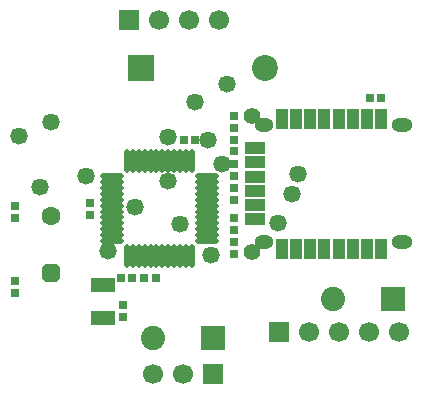
<source format=gbr>
G04 Layer_Color=16711935*
%FSLAX42Y42*%
%MOMM*%
%TF.FileFunction,Soldermask,Bot*%
%TF.Part,Single*%
G01*
G75*
%TA.AperFunction,SMDPad,CuDef*%
%ADD43R,0.80X0.70*%
%ADD44R,0.70X0.80*%
%TA.AperFunction,ComponentPad*%
%ADD47C,2.05*%
%ADD48R,2.05X2.05*%
G04:AMPARAMS|DCode=49|XSize=1.6mm|YSize=1.6mm|CornerRadius=0mm|HoleSize=0mm|Usage=FLASHONLY|Rotation=90.000|XOffset=0mm|YOffset=0mm|HoleType=Round|Shape=Octagon|*
%AMOCTAGOND49*
4,1,8,0.40,0.80,-0.40,0.80,-0.80,0.40,-0.80,-0.40,-0.40,-0.80,0.40,-0.80,0.80,-0.40,0.80,0.40,0.40,0.80,0.0*
%
%ADD49OCTAGOND49*%

%ADD50C,1.60*%
%ADD51C,2.20*%
%ADD52R,2.20X2.20*%
%ADD53C,1.70*%
%ADD54R,1.70X1.70*%
%TA.AperFunction,ViaPad*%
%ADD55C,1.47*%
%TA.AperFunction,SMDPad,CuDef*%
%ADD57R,2.00X1.20*%
%ADD58O,0.50X2.00*%
%ADD59O,2.00X0.50*%
%ADD60C,1.40*%
%ADD61R,1.00X1.70*%
%ADD62R,1.70X1.00*%
%ADD63O,1.80X1.20*%
%ADD64O,1.60X1.20*%
D43*
X3225Y2642D02*
D03*
X3125D02*
D03*
X1219Y1118D02*
D03*
X1319D02*
D03*
X1017D02*
D03*
X1117D02*
D03*
X1650Y2286D02*
D03*
X1550D02*
D03*
D44*
X762Y1652D02*
D03*
Y1752D02*
D03*
X1981Y1321D02*
D03*
Y1421D02*
D03*
X1041Y788D02*
D03*
Y888D02*
D03*
X127Y1726D02*
D03*
Y1626D02*
D03*
Y991D02*
D03*
Y1091D02*
D03*
X1981Y2082D02*
D03*
Y1982D02*
D03*
Y2487D02*
D03*
Y2387D02*
D03*
Y1624D02*
D03*
Y1524D02*
D03*
Y1778D02*
D03*
Y1878D02*
D03*
Y2186D02*
D03*
Y2286D02*
D03*
D47*
X1295Y610D02*
D03*
X2819Y940D02*
D03*
D48*
X1803Y610D02*
D03*
X3327Y940D02*
D03*
D49*
X432Y1153D02*
D03*
D50*
Y1641D02*
D03*
D51*
X2240Y2896D02*
D03*
D52*
X1194D02*
D03*
D53*
X1854Y3302D02*
D03*
X1600D02*
D03*
X1346D02*
D03*
X1549Y305D02*
D03*
X1295D02*
D03*
X3374Y660D02*
D03*
X3120D02*
D03*
X2866D02*
D03*
X2612D02*
D03*
D54*
X1092Y3302D02*
D03*
X1803Y305D02*
D03*
X2358Y660D02*
D03*
D55*
X1918Y2761D02*
D03*
X914Y1339D02*
D03*
X1875Y2080D02*
D03*
X1783Y1306D02*
D03*
X724Y1977D02*
D03*
X1136Y1712D02*
D03*
X1521Y1573D02*
D03*
X2517Y1994D02*
D03*
X2466Y1824D02*
D03*
X1420Y2311D02*
D03*
X1643Y2603D02*
D03*
X155Y2316D02*
D03*
X2347Y1580D02*
D03*
X1415Y1933D02*
D03*
X1753Y2281D02*
D03*
X424Y2438D02*
D03*
X338Y1882D02*
D03*
D57*
X864Y775D02*
D03*
Y1054D02*
D03*
D58*
X1071Y1297D02*
D03*
X1121D02*
D03*
X1171D02*
D03*
X1221D02*
D03*
X1271D02*
D03*
X1321D02*
D03*
X1371D02*
D03*
X1421D02*
D03*
X1471D02*
D03*
X1521D02*
D03*
X1571D02*
D03*
X1621D02*
D03*
Y2107D02*
D03*
X1571D02*
D03*
X1521D02*
D03*
X1471D02*
D03*
X1421D02*
D03*
X1371D02*
D03*
X1321D02*
D03*
X1271D02*
D03*
X1221D02*
D03*
X1171D02*
D03*
X1121D02*
D03*
X1071D02*
D03*
D59*
X1751Y1427D02*
D03*
Y1477D02*
D03*
Y1527D02*
D03*
Y1577D02*
D03*
Y1627D02*
D03*
Y1677D02*
D03*
Y1727D02*
D03*
Y1777D02*
D03*
Y1827D02*
D03*
Y1877D02*
D03*
Y1927D02*
D03*
Y1977D02*
D03*
X941D02*
D03*
Y1927D02*
D03*
Y1877D02*
D03*
Y1827D02*
D03*
Y1777D02*
D03*
Y1727D02*
D03*
Y1677D02*
D03*
Y1627D02*
D03*
Y1577D02*
D03*
Y1527D02*
D03*
Y1477D02*
D03*
Y1427D02*
D03*
D60*
X2133Y2488D02*
D03*
Y1338D02*
D03*
D61*
X2383Y1363D02*
D03*
X2503D02*
D03*
X2623D02*
D03*
X2743D02*
D03*
X2863D02*
D03*
X2983D02*
D03*
X3103D02*
D03*
X3223D02*
D03*
Y2463D02*
D03*
X3103D02*
D03*
X2983D02*
D03*
X2863D02*
D03*
X2743D02*
D03*
X2623D02*
D03*
X2503D02*
D03*
X2383D02*
D03*
D62*
X2158Y1613D02*
D03*
Y1733D02*
D03*
Y1853D02*
D03*
Y1973D02*
D03*
Y2093D02*
D03*
Y2213D02*
D03*
D63*
X3403Y1418D02*
D03*
Y2408D02*
D03*
D64*
X2233Y1418D02*
D03*
Y2408D02*
D03*
%TF.MD5,e651b4be28b7752cb42a532b05eebb54*%
M02*

</source>
